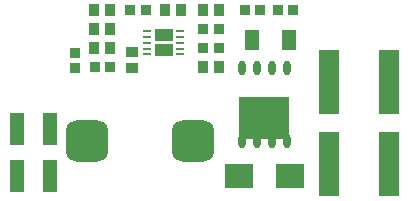
<source format=gtp>
G04*
G04 #@! TF.GenerationSoftware,Altium Limited,Altium Designer,20.1.7 (139)*
G04*
G04 Layer_Color=8421504*
%FSLAX25Y25*%
%MOIN*%
G70*
G04*
G04 #@! TF.SameCoordinates,340D3123-0E3B-44FA-9BA9-5BA34B2CC4A0*
G04*
G04*
G04 #@! TF.FilePolarity,Positive*
G04*
G01*
G75*
%ADD15R,0.05906X0.04193*%
%ADD16R,0.03740X0.03347*%
%ADD17R,0.03543X0.03937*%
%ADD18R,0.03347X0.03740*%
%ADD19R,0.16535X0.14094*%
%ADD20O,0.02362X0.04724*%
%ADD21R,0.05118X0.10630*%
%ADD22R,0.03937X0.03543*%
G04:AMPARAMS|DCode=23|XSize=9.45mil|YSize=23.62mil|CornerRadius=1.98mil|HoleSize=0mil|Usage=FLASHONLY|Rotation=90.000|XOffset=0mil|YOffset=0mil|HoleType=Round|Shape=RoundedRectangle|*
%AMROUNDEDRECTD23*
21,1,0.00945,0.01965,0,0,90.0*
21,1,0.00548,0.02362,0,0,90.0*
1,1,0.00397,0.00983,0.00274*
1,1,0.00397,0.00983,-0.00274*
1,1,0.00397,-0.00983,-0.00274*
1,1,0.00397,-0.00983,0.00274*
%
%ADD23ROUNDEDRECTD23*%
%ADD24R,0.09646X0.08465*%
%ADD25R,0.04528X0.06693*%
%ADD26R,0.06693X0.21260*%
G04:AMPARAMS|DCode=27|XSize=139.76mil|YSize=137.8mil|CornerRadius=34.45mil|HoleSize=0mil|Usage=FLASHONLY|Rotation=0.000|XOffset=0mil|YOffset=0mil|HoleType=Round|Shape=RoundedRectangle|*
%AMROUNDEDRECTD27*
21,1,0.13976,0.06890,0,0,0.0*
21,1,0.07087,0.13780,0,0,0.0*
1,1,0.06890,0.03543,-0.03445*
1,1,0.06890,-0.03543,-0.03445*
1,1,0.06890,-0.03543,0.03445*
1,1,0.06890,0.03543,0.03445*
%
%ADD27ROUNDEDRECTD27*%
D15*
X55118Y54606D02*
D03*
Y59586D02*
D03*
D16*
X25591Y48632D02*
D03*
Y53750D02*
D03*
D17*
X37303Y61614D02*
D03*
X31988D02*
D03*
X37303Y67913D02*
D03*
X31988D02*
D03*
X60925D02*
D03*
X55610D02*
D03*
X68209D02*
D03*
X73524D02*
D03*
X31988Y55315D02*
D03*
X37303D02*
D03*
X73524Y49016D02*
D03*
X68209D02*
D03*
D18*
X43898Y67913D02*
D03*
X49016D02*
D03*
X68307Y61614D02*
D03*
X73425D02*
D03*
X82087Y67913D02*
D03*
X87205D02*
D03*
X93110D02*
D03*
X98228D02*
D03*
X37205Y49016D02*
D03*
X32087D02*
D03*
X68307Y55315D02*
D03*
X73425D02*
D03*
D19*
X88583Y31917D02*
D03*
D20*
X96083Y24213D02*
D03*
X91083D02*
D03*
X86083D02*
D03*
X81083D02*
D03*
Y48622D02*
D03*
X86083D02*
D03*
X91083D02*
D03*
X96083D02*
D03*
D21*
X17323Y12608D02*
D03*
X6299D02*
D03*
Y28356D02*
D03*
X17323D02*
D03*
D22*
X44488Y54035D02*
D03*
Y48720D02*
D03*
D23*
X60630Y61033D02*
D03*
Y59065D02*
D03*
Y57096D02*
D03*
Y55128D02*
D03*
Y53159D02*
D03*
X49606D02*
D03*
Y55128D02*
D03*
Y57096D02*
D03*
Y59065D02*
D03*
Y61033D02*
D03*
D24*
X80118Y12608D02*
D03*
X97047D02*
D03*
D25*
X84350Y58071D02*
D03*
X96752D02*
D03*
D26*
X130118Y16545D02*
D03*
X110039D02*
D03*
X130118Y44104D02*
D03*
X110039D02*
D03*
D27*
X29626Y24419D02*
D03*
X64862D02*
D03*
M02*

</source>
